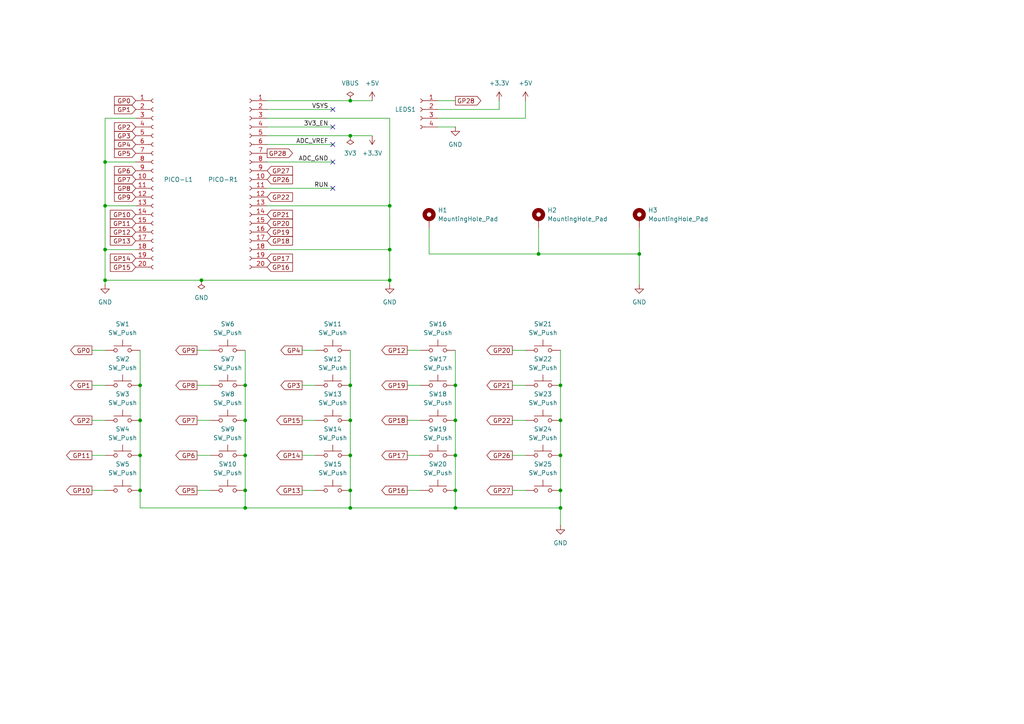
<source format=kicad_sch>
(kicad_sch (version 20231120) (generator "eeschema") (generator_version "8.0")
  (paper "A4")
  (lib_symbols
    (symbol "Connector:Conn_01x04_Socket" (pin_names (offset 1.016) hide)
      (property "Reference" "J" (at 0 5.08 0))
      (property "Value" "Conn_01x04_Socket" (at 0 -7.62 0))
      (symbol "Conn_01x04_Socket_1_1"
        (arc (start 0 -4.572) (mid -0.5058 -5.08) (end 0 -5.588) (stroke (width 0.1524)))
        (arc (start 0 -2.032) (mid -0.5058 -2.54) (end 0 -3.048) (stroke (width 0.1524)))
        (polyline (pts (xy -1.27 -5.08) (xy -0.508 -5.08)) (stroke (width 0.1524)))
        (polyline (pts (xy -1.27 -2.54) (xy -0.508 -2.54)) (stroke (width 0.1524)))
        (polyline (pts (xy -1.27 0) (xy -0.508 0)) (stroke (width 0.1524)))
        (polyline (pts (xy -1.27 2.54) (xy -0.508 2.54)) (stroke (width 0.1524)))
        (arc (start 0 0.508) (mid -0.5058 0) (end 0 -0.508) (stroke (width 0.1524)))
        (arc (start 0 3.048) (mid -0.5058 2.54) (end 0 2.032) (stroke (width 0.1524)))
        (pin passive line (at -5.08 2.54 0) (length 3.81) (name "Pin_1") (number "1"))
        (pin passive line (at -5.08 0 0) (length 3.81) (name "Pin_2") (number "2"))
        (pin passive line (at -5.08 -2.54 0) (length 3.81) (name "Pin_3") (number "3"))
        (pin passive line (at -5.08 -5.08 0) (length 3.81) (name "Pin_4") (number "4"))
      )
    )
    (symbol "Connector:Conn_01x20_Socket" (pin_names (offset 1.016) hide)
      (property "Reference" "J" (at 0 25.4 0))
      (property "Value" "Conn_01x20_Socket" (at 0 -27.94 0))
      (symbol "Conn_01x20_Socket_1_1"
        (arc (start 0 -24.892) (mid -0.5058 -25.4) (end 0 -25.908) (stroke (width 0.1524)))
        (arc (start 0 -22.352) (mid -0.5058 -22.86) (end 0 -23.368) (stroke (width 0.1524)))
        (arc (start 0 -19.812) (mid -0.5058 -20.32) (end 0 -20.828) (stroke (width 0.1524)))
        (arc (start 0 -17.272) (mid -0.5058 -17.78) (end 0 -18.288) (stroke (width 0.1524)))
        (arc (start 0 -14.732) (mid -0.5058 -15.24) (end 0 -15.748) (stroke (width 0.1524)))
        (arc (start 0 -12.192) (mid -0.5058 -12.7) (end 0 -13.208) (stroke (width 0.1524)))
        (arc (start 0 -9.652) (mid -0.5058 -10.16) (end 0 -10.668) (stroke (width 0.1524)))
        (arc (start 0 -7.112) (mid -0.5058 -7.62) (end 0 -8.128) (stroke (width 0.1524)))
        (arc (start 0 -4.572) (mid -0.5058 -5.08) (end 0 -5.588) (stroke (width 0.1524)))
        (arc (start 0 -2.032) (mid -0.5058 -2.54) (end 0 -3.048) (stroke (width 0.1524)))
        (polyline (pts (xy -1.27 -25.4) (xy -0.508 -25.4)) (stroke (width 0.1524)))
        (polyline (pts (xy -1.27 -22.86) (xy -0.508 -22.86)) (stroke (width 0.1524)))
        (polyline (pts (xy -1.27 -20.32) (xy -0.508 -20.32)) (stroke (width 0.1524)))
        (polyline (pts (xy -1.27 -17.78) (xy -0.508 -17.78)) (stroke (width 0.1524)))
        (polyline (pts (xy -1.27 -15.24) (xy -0.508 -15.24)) (stroke (width 0.1524)))
        (polyline (pts (xy -1.27 -12.7) (xy -0.508 -12.7)) (stroke (width 0.1524)))
        (polyline (pts (xy -1.27 -10.16) (xy -0.508 -10.16)) (stroke (width 0.1524)))
        (polyline (pts (xy -1.27 -7.62) (xy -0.508 -7.62)) (stroke (width 0.1524)))
        (polyline (pts (xy -1.27 -5.08) (xy -0.508 -5.08)) (stroke (width 0.1524)))
        (polyline (pts (xy -1.27 -2.54) (xy -0.508 -2.54)) (stroke (width 0.1524)))
        (polyline (pts (xy -1.27 0) (xy -0.508 0)) (stroke (width 0.1524)))
        (polyline (pts (xy -1.27 2.54) (xy -0.508 2.54)) (stroke (width 0.1524)))
        (polyline (pts (xy -1.27 5.08) (xy -0.508 5.08)) (stroke (width 0.1524)))
        (polyline (pts (xy -1.27 7.62) (xy -0.508 7.62)) (stroke (width 0.1524)))
        (polyline (pts (xy -1.27 10.16) (xy -0.508 10.16)) (stroke (width 0.1524)))
        (polyline (pts (xy -1.27 12.7) (xy -0.508 12.7)) (stroke (width 0.1524)))
        (polyline (pts (xy -1.27 15.24) (xy -0.508 15.24)) (stroke (width 0.1524)))
        (polyline (pts (xy -1.27 17.78) (xy -0.508 17.78)) (stroke (width 0.1524)))
        (polyline (pts (xy -1.27 20.32) (xy -0.508 20.32)) (stroke (width 0.1524)))
        (polyline (pts (xy -1.27 22.86) (xy -0.508 22.86)) (stroke (width 0.1524)))
        (arc (start 0 0.508) (mid -0.5058 0) (end 0 -0.508) (stroke (width 0.1524)))
        (arc (start 0 3.048) (mid -0.5058 2.54) (end 0 2.032) (stroke (width 0.1524)))
        (arc (start 0 5.588) (mid -0.5058 5.08) (end 0 4.572) (stroke (width 0.1524)))
        (arc (start 0 8.128) (mid -0.5058 7.62) (end 0 7.112) (stroke (width 0.1524)))
        (arc (start 0 10.668) (mid -0.5058 10.16) (end 0 9.652) (stroke (width 0.1524)))
        (arc (start 0 13.208) (mid -0.5058 12.7) (end 0 12.192) (stroke (width 0.1524)))
        (arc (start 0 15.748) (mid -0.5058 15.24) (end 0 14.732) (stroke (width 0.1524)))
        (arc (start 0 18.288) (mid -0.5058 17.78) (end 0 17.272) (stroke (width 0.1524)))
        (arc (start 0 20.828) (mid -0.5058 20.32) (end 0 19.812) (stroke (width 0.1524)))
        (arc (start 0 23.368) (mid -0.5058 22.86) (end 0 22.352) (stroke (width 0.1524)))
        (pin passive line (at -5.08 22.86 0) (length 3.81) (name "Pin_1") (number "1"))
        (pin passive line (at -5.08 0 0) (length 3.81) (name "Pin_10") (number "10"))
        (pin passive line (at -5.08 -2.54 0) (length 3.81) (name "Pin_11") (number "11"))
        (pin passive line (at -5.08 -5.08 0) (length 3.81) (name "Pin_12") (number "12"))
        (pin passive line (at -5.08 -7.62 0) (length 3.81) (name "Pin_13") (number "13"))
        (pin passive line (at -5.08 -10.16 0) (length 3.81) (name "Pin_14") (number "14"))
        (pin passive line (at -5.08 -12.7 0) (length 3.81) (name "Pin_15") (number "15"))
        (pin passive line (at -5.08 -15.24 0) (length 3.81) (name "Pin_16") (number "16"))
        (pin passive line (at -5.08 -17.78 0) (length 3.81) (name "Pin_17") (number "17"))
        (pin passive line (at -5.08 -20.32 0) (length 3.81) (name "Pin_18") (number "18"))
        (pin passive line (at -5.08 -22.86 0) (length 3.81) (name "Pin_19") (number "19"))
        (pin passive line (at -5.08 20.32 0) (length 3.81) (name "Pin_2") (number "2"))
        (pin passive line (at -5.08 -25.4 0) (length 3.81) (name "Pin_20") (number "20"))
        (pin passive line (at -5.08 17.78 0) (length 3.81) (name "Pin_3") (number "3"))
        (pin passive line (at -5.08 15.24 0) (length 3.81) (name "Pin_4") (number "4"))
        (pin passive line (at -5.08 12.7 0) (length 3.81) (name "Pin_5") (number "5"))
        (pin passive line (at -5.08 10.16 0) (length 3.81) (name "Pin_6") (number "6"))
        (pin passive line (at -5.08 7.62 0) (length 3.81) (name "Pin_7") (number "7"))
        (pin passive line (at -5.08 5.08 0) (length 3.81) (name "Pin_8") (number "8"))
        (pin passive line (at -5.08 2.54 0) (length 3.81) (name "Pin_9") (number "9"))
      )
    )
    (symbol "Mechanical:MountingHole_Pad" (pin_numbers hide) (pin_names (offset 1.016) hide) (exclude_from_sim yes) (in_bom no)
      (property "Reference" "H" (at 0 6.35 0))
      (property "Value" "MountingHole_Pad" (at 0 4.445 0))
      (symbol "MountingHole_Pad_0_1"
        (circle (center 0 1.27) (radius 1.27) (stroke (width 1.27)))
      )
      (symbol "MountingHole_Pad_1_1"
        (pin input line (at 0 -2.54 90) (length 2.54) (name "1") (number "1"))
      )
    )
    (symbol "Switch:SW_Push" (pin_numbers hide) (pin_names (offset 1.016) hide)
      (property "Reference" "SW" (at 1.27 2.54 0))
      (property "Value" "SW_Push" (at 0 -1.524 0))
      (symbol "SW_Push_0_1"
        (circle (center -2.032 0) (radius 0.508))
        (polyline (pts (xy 0 1.27) (xy 0 3.048)))
        (polyline (pts (xy 2.54 1.27) (xy -2.54 1.27)))
        (circle (center 2.032 0) (radius 0.508))
        (pin passive line (at -5.08 0 0) (length 2.54) (name "1") (number "1"))
        (pin passive line (at 5.08 0 180) (length 2.54) (name "2") (number "2"))
      )
    )
    (symbol "power:+3.3V" (power) (pin_numbers hide) (pin_names (offset 0) hide)
      (property "Value" "+3.3V" (at 0 3.556 0))
      (symbol "+3.3V_0_1"
        (polyline (pts (xy -0.762 1.27) (xy 0 2.54)))
        (polyline (pts (xy 0 0) (xy 0 2.54)))
        (polyline (pts (xy 0 2.54) (xy 0.762 1.27)))
      )
      (symbol "+3.3V_1_1"
        (pin power_in line (at 0 0 90) (length 0) (name "~") (number "1"))
      )
    )
    (symbol "power:+5V" (power) (pin_numbers hide) (pin_names (offset 0) hide)
      (property "Value" "+5V" (at 0 3.556 0))
      (symbol "+5V_0_1"
        (polyline (pts (xy -0.762 1.27) (xy 0 2.54)))
        (polyline (pts (xy 0 0) (xy 0 2.54)))
        (polyline (pts (xy 0 2.54) (xy 0.762 1.27)))
      )
      (symbol "+5V_1_1"
        (pin power_in line (at 0 0 90) (length 0) (name "~") (number "1"))
      )
    )
    (symbol "power:GND" (power) (pin_numbers hide) (pin_names (offset 0) hide)
      (property "Value" "GND" (at 0 -3.81 0))
      (symbol "GND_0_1"
        (polyline (pts (xy 0 0) (xy 0 -1.27) (xy 1.27 -1.27) (xy 0 -2.54) (xy -1.27 -1.27) (xy 0 -1.27)))
      )
      (symbol "GND_1_1"
        (pin power_in line (at 0 0 270) (length 0) (name "~") (number "1"))
      )
    )
    (symbol "power:PWR_FLAG" (power) (pin_numbers hide) (pin_names (offset 0) hide)
      (property "Value" "PWR_FLAG" (at 0 3.81 0))
      (symbol "PWR_FLAG_0_0"
        (pin power_out line (at 0 0 90) (length 0) (name "~") (number "1"))
      )
      (symbol "PWR_FLAG_0_1"
        (polyline (pts (xy 0 0) (xy 0 1.27) (xy -1.016 1.905) (xy 0 2.54) (xy 1.016 1.905) (xy 0 1.27)))
      )
    )
  )
  (junction (at 30.48 59.69))
  (junction (at 71.12 142.24))
  (junction (at 113.03 59.69))
  (junction (at 40.64 132.08))
  (junction (at 185.42 73.66))
  (junction (at 101.6 111.76))
  (junction (at 132.08 121.92))
  (junction (at 156.21 73.66))
  (junction (at 162.56 142.24))
  (junction (at 162.56 132.08))
  (junction (at 162.56 147.32))
  (junction (at 71.12 147.32))
  (junction (at 101.6 39.37))
  (junction (at 132.08 132.08))
  (junction (at 132.08 111.76))
  (junction (at 71.12 111.76))
  (junction (at 40.64 121.92))
  (junction (at 40.64 111.76))
  (junction (at 30.48 81.28))
  (junction (at 132.08 142.24))
  (junction (at 71.12 121.92))
  (junction (at 162.56 121.92))
  (junction (at 101.6 121.92))
  (junction (at 30.48 72.39))
  (junction (at 113.03 81.28))
  (junction (at 101.6 132.08))
  (junction (at 58.42 81.28))
  (junction (at 71.12 132.08))
  (junction (at 30.48 46.99))
  (junction (at 101.6 29.21))
  (junction (at 101.6 142.24))
  (junction (at 113.03 72.39))
  (junction (at 40.64 142.24))
  (junction (at 132.08 147.32))
  (junction (at 162.56 111.76))
  (junction (at 101.6 147.32))
  (no_connect (at 96.52 36.83))
  (no_connect (at 96.52 54.61))
  (no_connect (at 96.52 31.75))
  (no_connect (at 96.52 46.99))
  (no_connect (at 96.52 41.91))
  (wire (pts (xy 118.11 121.92) (xy 121.92 121.92)))
  (wire (pts (xy 57.15 111.76) (xy 60.96 111.76)))
  (wire (pts (xy 132.08 147.32) (xy 162.56 147.32)))
  (wire (pts (xy 101.6 29.21) (xy 107.95 29.21)))
  (wire (pts (xy 162.56 132.08) (xy 162.56 142.24)))
  (wire (pts (xy 162.56 111.76) (xy 162.56 121.92)))
  (wire (pts (xy 144.78 29.21) (xy 144.78 31.75)))
  (wire (pts (xy 101.6 142.24) (xy 101.6 147.32)))
  (wire (pts (xy 148.59 142.24) (xy 152.4 142.24)))
  (wire (pts (xy 152.4 29.21) (xy 152.4 34.29)))
  (wire (pts (xy 71.12 147.32) (xy 101.6 147.32)))
  (wire (pts (xy 148.59 111.76) (xy 152.4 111.76)))
  (wire (pts (xy 71.12 132.08) (xy 71.12 142.24)))
  (wire (pts (xy 30.48 46.99) (xy 30.48 59.69)))
  (wire (pts (xy 132.08 101.6) (xy 132.08 111.76)))
  (wire (pts (xy 77.47 41.91) (xy 96.52 41.91)))
  (wire (pts (xy 87.63 111.76) (xy 91.44 111.76)))
  (wire (pts (xy 26.67 132.08) (xy 30.48 132.08)))
  (wire (pts (xy 127 29.21) (xy 132.08 29.21)))
  (wire (pts (xy 77.47 59.69) (xy 113.03 59.69)))
  (wire (pts (xy 71.12 142.24) (xy 71.12 147.32)))
  (wire (pts (xy 40.64 142.24) (xy 40.64 147.32)))
  (wire (pts (xy 148.59 132.08) (xy 152.4 132.08)))
  (wire (pts (xy 39.37 46.99) (xy 30.48 46.99)))
  (wire (pts (xy 30.48 81.28) (xy 30.48 82.55)))
  (wire (pts (xy 101.6 147.32) (xy 132.08 147.32)))
  (wire (pts (xy 162.56 152.4) (xy 162.56 147.32)))
  (wire (pts (xy 101.6 39.37) (xy 107.95 39.37)))
  (wire (pts (xy 87.63 121.92) (xy 91.44 121.92)))
  (wire (pts (xy 101.6 111.76) (xy 101.6 121.92)))
  (wire (pts (xy 101.6 132.08) (xy 101.6 142.24)))
  (wire (pts (xy 118.11 142.24) (xy 121.92 142.24)))
  (wire (pts (xy 40.64 101.6) (xy 40.64 111.76)))
  (wire (pts (xy 148.59 121.92) (xy 152.4 121.92)))
  (wire (pts (xy 30.48 81.28) (xy 58.42 81.28)))
  (wire (pts (xy 40.64 111.76) (xy 40.64 121.92)))
  (wire (pts (xy 77.47 72.39) (xy 113.03 72.39)))
  (wire (pts (xy 124.46 73.66) (xy 124.46 66.04)))
  (wire (pts (xy 113.03 34.29) (xy 113.03 59.69)))
  (wire (pts (xy 124.46 73.66) (xy 156.21 73.66)))
  (wire (pts (xy 77.47 39.37) (xy 101.6 39.37)))
  (wire (pts (xy 57.15 132.08) (xy 60.96 132.08)))
  (wire (pts (xy 127 34.29) (xy 152.4 34.29)))
  (wire (pts (xy 77.47 31.75) (xy 96.52 31.75)))
  (wire (pts (xy 132.08 121.92) (xy 132.08 132.08)))
  (wire (pts (xy 87.63 132.08) (xy 91.44 132.08)))
  (wire (pts (xy 57.15 101.6) (xy 60.96 101.6)))
  (wire (pts (xy 77.47 46.99) (xy 96.52 46.99)))
  (wire (pts (xy 132.08 111.76) (xy 132.08 121.92)))
  (wire (pts (xy 30.48 72.39) (xy 30.48 81.28)))
  (wire (pts (xy 101.6 121.92) (xy 101.6 132.08)))
  (wire (pts (xy 40.64 121.92) (xy 40.64 132.08)))
  (wire (pts (xy 101.6 101.6) (xy 101.6 111.76)))
  (wire (pts (xy 118.11 111.76) (xy 121.92 111.76)))
  (wire (pts (xy 148.59 101.6) (xy 152.4 101.6)))
  (wire (pts (xy 132.08 142.24) (xy 132.08 147.32)))
  (wire (pts (xy 118.11 132.08) (xy 121.92 132.08)))
  (wire (pts (xy 57.15 121.92) (xy 60.96 121.92)))
  (wire (pts (xy 71.12 121.92) (xy 71.12 132.08)))
  (wire (pts (xy 71.12 101.6) (xy 71.12 111.76)))
  (wire (pts (xy 30.48 59.69) (xy 30.48 72.39)))
  (wire (pts (xy 30.48 72.39) (xy 39.37 72.39)))
  (wire (pts (xy 26.67 111.76) (xy 30.48 111.76)))
  (wire (pts (xy 185.42 73.66) (xy 185.42 82.55)))
  (wire (pts (xy 156.21 66.04) (xy 156.21 73.66)))
  (wire (pts (xy 162.56 142.24) (xy 162.56 147.32)))
  (wire (pts (xy 57.15 142.24) (xy 60.96 142.24)))
  (wire (pts (xy 30.48 59.69) (xy 39.37 59.69)))
  (wire (pts (xy 113.03 59.69) (xy 113.03 72.39)))
  (wire (pts (xy 30.48 34.29) (xy 30.48 46.99)))
  (wire (pts (xy 71.12 111.76) (xy 71.12 121.92)))
  (wire (pts (xy 118.11 101.6) (xy 121.92 101.6)))
  (wire (pts (xy 39.37 34.29) (xy 30.48 34.29)))
  (wire (pts (xy 127 31.75) (xy 144.78 31.75)))
  (wire (pts (xy 77.47 36.83) (xy 96.52 36.83)))
  (wire (pts (xy 87.63 101.6) (xy 91.44 101.6)))
  (wire (pts (xy 162.56 101.6) (xy 162.56 111.76)))
  (wire (pts (xy 26.67 121.92) (xy 30.48 121.92)))
  (wire (pts (xy 87.63 142.24) (xy 91.44 142.24)))
  (wire (pts (xy 185.42 66.04) (xy 185.42 73.66)))
  (wire (pts (xy 77.47 29.21) (xy 101.6 29.21)))
  (wire (pts (xy 156.21 73.66) (xy 185.42 73.66)))
  (wire (pts (xy 132.08 132.08) (xy 132.08 142.24)))
  (wire (pts (xy 40.64 132.08) (xy 40.64 142.24)))
  (wire (pts (xy 113.03 82.55) (xy 113.03 81.28)))
  (wire (pts (xy 58.42 81.28) (xy 113.03 81.28)))
  (wire (pts (xy 162.56 121.92) (xy 162.56 132.08)))
  (wire (pts (xy 26.67 142.24) (xy 30.48 142.24)))
  (wire (pts (xy 77.47 54.61) (xy 96.52 54.61)))
  (wire (pts (xy 26.67 101.6) (xy 30.48 101.6)))
  (wire (pts (xy 127 36.83) (xy 132.08 36.83)))
  (wire (pts (xy 40.64 147.32) (xy 71.12 147.32)))
  (wire (pts (xy 113.03 72.39) (xy 113.03 81.28)))
  (wire (pts (xy 77.47 34.29) (xy 113.03 34.29)))
  (label "ADC_GND" (at 95.25 46.99 180))
  (label "ADC_VREF" (at 95.25 41.91 180))
  (label "3V3_EN" (at 95.25 36.83 180))
  (label "RUN" (at 95.25 54.61 180))
  (label "VSYS" (at 95.25 31.75 180))
  (global_label "GP11" (shape input) (at 39.37 64.77 180) (property "Intersheetrefs" "${INTERSHEET_REFS}" (effects (hide yes))))
  (global_label "GP17" (shape output) (at 118.11 132.08 180) (property "Intersheetrefs" "${INTERSHEET_REFS}" (effects (hide yes))))
  (global_label "GP7" (shape output) (at 57.15 121.92 180) (property "Intersheetrefs" "${INTERSHEET_REFS}" (effects (hide yes))))
  (global_label "GP12" (shape output) (at 118.11 101.6 180) (property "Intersheetrefs" "${INTERSHEET_REFS}" (effects (hide yes))))
  (global_label "GP0" (shape input) (at 39.37 29.21 180) (property "Intersheetrefs" "${INTERSHEET_REFS}" (effects (hide yes))))
  (global_label "GP3" (shape output) (at 87.63 111.76 180) (property "Intersheetrefs" "${INTERSHEET_REFS}" (effects (hide yes))))
  (global_label "GP6" (shape input) (at 39.37 49.53 180) (property "Intersheetrefs" "${INTERSHEET_REFS}" (effects (hide yes))))
  (global_label "GP16" (shape input) (at 77.47 77.47 0) (property "Intersheetrefs" "${INTERSHEET_REFS}" (effects (hide yes))))
  (global_label "GP5" (shape input) (at 39.37 44.45 180) (property "Intersheetrefs" "${INTERSHEET_REFS}" (effects (hide yes))))
  (global_label "GP3" (shape input) (at 39.37 39.37 180) (property "Intersheetrefs" "${INTERSHEET_REFS}" (effects (hide yes))))
  (global_label "GP6" (shape output) (at 57.15 132.08 180) (property "Intersheetrefs" "${INTERSHEET_REFS}" (effects (hide yes))))
  (global_label "GP9" (shape input) (at 39.37 57.15 180) (property "Intersheetrefs" "${INTERSHEET_REFS}" (effects (hide yes))))
  (global_label "GP26" (shape output) (at 148.59 132.08 180) (property "Intersheetrefs" "${INTERSHEET_REFS}" (effects (hide yes))))
  (global_label "GP15" (shape output) (at 87.63 121.92 180) (property "Intersheetrefs" "${INTERSHEET_REFS}" (effects (hide yes))))
  (global_label "GP27" (shape input) (at 77.47 49.53 0) (property "Intersheetrefs" "${INTERSHEET_REFS}" (effects (hide yes))))
  (global_label "GP28" (shape output) (at 77.47 44.45 0) (property "Intersheetrefs" "${INTERSHEET_REFS}" (effects (hide yes))))
  (global_label "GP18" (shape output) (at 118.11 121.92 180) (property "Intersheetrefs" "${INTERSHEET_REFS}" (effects (hide yes))))
  (global_label "GP14" (shape input) (at 39.37 74.93 180) (property "Intersheetrefs" "${INTERSHEET_REFS}" (effects (hide yes))))
  (global_label "GP11" (shape output) (at 26.67 132.08 180) (property "Intersheetrefs" "${INTERSHEET_REFS}" (effects (hide yes))))
  (global_label "GP27" (shape output) (at 148.59 142.24 180) (property "Intersheetrefs" "${INTERSHEET_REFS}" (effects (hide yes))))
  (global_label "GP13" (shape input) (at 39.37 69.85 180) (property "Intersheetrefs" "${INTERSHEET_REFS}" (effects (hide yes))))
  (global_label "GP16" (shape output) (at 118.11 142.24 180) (property "Intersheetrefs" "${INTERSHEET_REFS}" (effects (hide yes))))
  (global_label "GP8" (shape output) (at 57.15 111.76 180) (property "Intersheetrefs" "${INTERSHEET_REFS}" (effects (hide yes))))
  (global_label "GP20" (shape output) (at 148.59 101.6 180) (property "Intersheetrefs" "${INTERSHEET_REFS}" (effects (hide yes))))
  (global_label "GP10" (shape output) (at 26.67 142.24 180) (property "Intersheetrefs" "${INTERSHEET_REFS}" (effects (hide yes))))
  (global_label "GP2" (shape input) (at 39.37 36.83 180) (property "Intersheetrefs" "${INTERSHEET_REFS}" (effects (hide yes))))
  (global_label "GP1" (shape input) (at 39.37 31.75 180) (property "Intersheetrefs" "${INTERSHEET_REFS}" (effects (hide yes))))
  (global_label "GP10" (shape input) (at 39.37 62.23 180) (property "Intersheetrefs" "${INTERSHEET_REFS}" (effects (hide yes))))
  (global_label "GP22" (shape input) (at 77.47 57.15 0) (property "Intersheetrefs" "${INTERSHEET_REFS}" (effects (hide yes))))
  (global_label "GP21" (shape input) (at 77.47 62.23 0) (property "Intersheetrefs" "${INTERSHEET_REFS}" (effects (hide yes))))
  (global_label "GP9" (shape output) (at 57.15 101.6 180) (property "Intersheetrefs" "${INTERSHEET_REFS}" (effects (hide yes))))
  (global_label "GP1" (shape output) (at 26.67 111.76 180) (property "Intersheetrefs" "${INTERSHEET_REFS}" (effects (hide yes))))
  (global_label "GP5" (shape output) (at 57.15 142.24 180) (property "Intersheetrefs" "${INTERSHEET_REFS}" (effects (hide yes))))
  (global_label "GP7" (shape input) (at 39.37 52.07 180) (property "Intersheetrefs" "${INTERSHEET_REFS}" (effects (hide yes))))
  (global_label "GP26" (shape input) (at 77.47 52.07 0) (property "Intersheetrefs" "${INTERSHEET_REFS}" (effects (hide yes))))
  (global_label "GP22" (shape output) (at 148.59 121.92 180) (property "Intersheetrefs" "${INTERSHEET_REFS}" (effects (hide yes))))
  (global_label "GP28" (shape output) (at 132.08 29.21 0) (property "Intersheetrefs" "${INTERSHEET_REFS}" (effects (hide yes))))
  (global_label "GP4" (shape output) (at 87.63 101.6 180) (property "Intersheetrefs" "${INTERSHEET_REFS}" (effects (hide yes))))
  (global_label "GP8" (shape input) (at 39.37 54.61 180) (property "Intersheetrefs" "${INTERSHEET_REFS}" (effects (hide yes))))
  (global_label "GP21" (shape output) (at 148.59 111.76 180) (property "Intersheetrefs" "${INTERSHEET_REFS}" (effects (hide yes))))
  (global_label "GP19" (shape output) (at 118.11 111.76 180) (property "Intersheetrefs" "${INTERSHEET_REFS}" (effects (hide yes))))
  (global_label "GP18" (shape input) (at 77.47 69.85 0) (property "Intersheetrefs" "${INTERSHEET_REFS}" (effects (hide yes))))
  (global_label "GP2" (shape output) (at 26.67 121.92 180) (property "Intersheetrefs" "${INTERSHEET_REFS}" (effects (hide yes))))
  (global_label "GP19" (shape input) (at 77.47 67.31 0) (property "Intersheetrefs" "${INTERSHEET_REFS}" (effects (hide yes))))
  (global_label "GP0" (shape output) (at 26.67 101.6 180) (property "Intersheetrefs" "${INTERSHEET_REFS}" (effects (hide yes))))
  (global_label "GP13" (shape output) (at 87.63 142.24 180) (property "Intersheetrefs" "${INTERSHEET_REFS}" (effects (hide yes))))
  (global_label "GP15" (shape input) (at 39.37 77.47 180) (property "Intersheetrefs" "${INTERSHEET_REFS}" (effects (hide yes))))
  (global_label "GP20" (shape input) (at 77.47 64.77 0) (property "Intersheetrefs" "${INTERSHEET_REFS}" (effects (hide yes))))
  (global_label "GP4" (shape input) (at 39.37 41.91 180) (property "Intersheetrefs" "${INTERSHEET_REFS}" (effects (hide yes))))
  (global_label "GP17" (shape input) (at 77.47 74.93 0) (property "Intersheetrefs" "${INTERSHEET_REFS}" (effects (hide yes))))
  (global_label "GP12" (shape input) (at 39.37 67.31 180) (property "Intersheetrefs" "${INTERSHEET_REFS}" (effects (hide yes))))
  (global_label "GP14" (shape output) (at 87.63 132.08 180) (property "Intersheetrefs" "${INTERSHEET_REFS}" (effects (hide yes))))
  (symbol (lib_id "Switch:SW_Push") (at 66.04 121.92 0) (unit 1)
    (property "Reference" "SW8" (at 66.04 114.3 0))
    (property "Value" "SW_Push" (at 66.04 116.84 0))
    (property "Footprint" "Button_Switch_Keyboard:SW_Cherry_MX_1.00u_PCB" (effects (hide yes)))
    (property "Description" "Push button switch, generic, two pins" (effects (hide yes)))
  )
  (symbol (lib_id "power:+3.3V") (at 144.78 29.21 0) (unit 1)
    (property "Reference" "#PWR11" (effects (hide yes)))
    (property "Value" "+3.3V" (at 144.78 24.13 0))
    (property "Description" "Power symbol creates a global label with name \"+3.3V\"" (effects (hide yes)))
  )
  (symbol (lib_id "power:GND") (at 132.08 36.83 0) (unit 1)
    (property "Reference" "#PWR10" (effects (hide yes)))
    (property "Value" "GND" (at 132.08 41.91 0))
    (property "Description" "Power symbol creates a global label with name \"GND\" , ground" (effects (hide yes)))
  )
  (symbol (lib_id "Switch:SW_Push") (at 157.48 111.76 0) (unit 1)
    (property "Reference" "SW22" (at 157.48 104.14 0))
    (property "Value" "SW_Push" (at 157.48 106.68 0))
    (property "Footprint" "Button_Switch_Keyboard:SW_Cherry_MX_1.00u_PCB" (effects (hide yes)))
    (property "Description" "Push button switch, generic, two pins" (effects (hide yes)))
  )
  (symbol (lib_id "Switch:SW_Push") (at 96.52 101.6 0) (unit 1)
    (property "Reference" "SW11" (at 96.52 93.98 0))
    (property "Value" "SW_Push" (at 96.52 96.52 0))
    (property "Footprint" "Button_Switch_Keyboard:SW_Cherry_MX_1.00u_PCB" (effects (hide yes)))
    (property "Description" "Push button switch, generic, two pins" (effects (hide yes)))
  )
  (symbol (lib_id "Switch:SW_Push") (at 35.56 111.76 0) (unit 1)
    (property "Reference" "SW2" (at 35.56 104.14 0))
    (property "Value" "SW_Push" (at 35.56 106.68 0))
    (property "Footprint" "Button_Switch_Keyboard:SW_Cherry_MX_1.00u_PCB" (effects (hide yes)))
    (property "Description" "Push button switch, generic, two pins" (effects (hide yes)))
  )
  (symbol (lib_id "Switch:SW_Push") (at 66.04 101.6 0) (unit 1)
    (property "Reference" "SW6" (at 66.04 93.98 0))
    (property "Value" "SW_Push" (at 66.04 96.52 0))
    (property "Footprint" "Button_Switch_Keyboard:SW_Cherry_MX_1.00u_PCB" (effects (hide yes)))
    (property "Description" "Push button switch, generic, two pins" (effects (hide yes)))
  )
  (symbol (lib_id "Switch:SW_Push") (at 96.52 132.08 0) (unit 1)
    (property "Reference" "SW14" (at 96.52 124.46 0))
    (property "Value" "SW_Push" (at 96.52 127 0))
    (property "Footprint" "Button_Switch_Keyboard:SW_Cherry_MX_1.00u_PCB" (effects (hide yes)))
    (property "Description" "Push button switch, generic, two pins" (effects (hide yes)))
  )
  (symbol (lib_id "power:PWR_FLAG") (at 101.6 29.21 0) (unit 1)
    (property "Reference" "#FLG1" (effects (hide yes)))
    (property "Value" "VBUS" (at 101.6 24.13 0))
    (property "Description" "Special symbol for telling ERC where power comes from" (effects (hide yes)))
  )
  (symbol (lib_id "Switch:SW_Push") (at 96.52 111.76 0) (unit 1)
    (property "Reference" "SW12" (at 96.52 104.14 0))
    (property "Value" "SW_Push" (at 96.52 106.68 0))
    (property "Footprint" "Button_Switch_Keyboard:SW_Cherry_MX_1.00u_PCB" (effects (hide yes)))
    (property "Description" "Push button switch, generic, two pins" (effects (hide yes)))
  )
  (symbol (lib_id "Switch:SW_Push") (at 127 142.24 0) (unit 1)
    (property "Reference" "SW20" (at 127 134.62 0))
    (property "Value" "SW_Push" (at 127 137.16 0))
    (property "Footprint" "Button_Switch_Keyboard:SW_Cherry_MX_1.00u_PCB" (effects (hide yes)))
    (property "Description" "Push button switch, generic, two pins" (effects (hide yes)))
  )
  (symbol (lib_id "Switch:SW_Push") (at 35.56 121.92 0) (unit 1)
    (property "Reference" "SW3" (at 35.56 114.3 0))
    (property "Value" "SW_Push" (at 35.56 116.84 0))
    (property "Footprint" "Button_Switch_Keyboard:SW_Cherry_MX_1.00u_PCB" (effects (hide yes)))
    (property "Description" "Push button switch, generic, two pins" (effects (hide yes)))
  )
  (symbol (lib_id "power:GND") (at 185.42 82.55 0) (unit 1)
    (property "Reference" "#PWR13" (effects (hide yes)))
    (property "Value" "GND" (at 185.42 87.63 0))
    (property "Description" "Power symbol creates a global label with name \"GND\" , ground" (effects (hide yes)))
  )
  (symbol (lib_id "Mechanical:MountingHole_Pad") (at 185.42 63.5 0) (unit 1) (exclude_from_sim yes) (in_bom no)
    (property "Reference" "H3" (at 187.96 60.9599 0) (effects (justify left)))
    (property "Value" "MountingHole_Pad" (at 187.96 63.4999 0) (effects (justify left)))
    (property "Footprint" "MountingHole:MountingHole_3.2mm_M3_Pad" (effects (hide yes)))
    (property "Description" "Mounting Hole with connection" (effects (hide yes)))
  )
  (symbol (lib_id "Switch:SW_Push") (at 66.04 142.24 0) (unit 1)
    (property "Reference" "SW10" (at 66.04 134.62 0))
    (property "Value" "SW_Push" (at 66.04 137.16 0))
    (property "Footprint" "Button_Switch_Keyboard:SW_Cherry_MX_1.00u_PCB" (effects (hide yes)))
    (property "Description" "Push button switch, generic, two pins" (effects (hide yes)))
  )
  (symbol (lib_id "Switch:SW_Push") (at 35.56 132.08 0) (unit 1)
    (property "Reference" "SW4" (at 35.56 124.46 0))
    (property "Value" "SW_Push" (at 35.56 127 0))
    (property "Footprint" "Button_Switch_Keyboard:SW_Cherry_MX_1.00u_PCB" (effects (hide yes)))
    (property "Description" "Push button switch, generic, two pins" (effects (hide yes)))
  )
  (symbol (lib_id "Switch:SW_Push") (at 66.04 111.76 0) (unit 1)
    (property "Reference" "SW7" (at 66.04 104.14 0))
    (property "Value" "SW_Push" (at 66.04 106.68 0))
    (property "Footprint" "Button_Switch_Keyboard:SW_Cherry_MX_1.00u_PCB" (effects (hide yes)))
    (property "Description" "Push button switch, generic, two pins" (effects (hide yes)))
  )
  (symbol (lib_id "power:GND") (at 113.03 82.55 0) (unit 1)
    (property "Reference" "#PWR2" (effects (hide yes)))
    (property "Value" "GND" (at 113.03 87.63 0))
    (property "Description" "Power symbol creates a global label with name \"GND\" , ground" (effects (hide yes)))
  )
  (symbol (lib_id "power:+3.3V") (at 107.95 39.37 0) (mirror x) (unit 1)
    (property "Reference" "#PWR8" (effects (hide yes)))
    (property "Value" "+3.3V" (at 107.95 44.45 0))
    (property "Description" "Power symbol creates a global label with name \"+3.3V\"" (effects (hide yes)))
  )
  (symbol (lib_id "Switch:SW_Push") (at 96.52 142.24 0) (unit 1)
    (property "Reference" "SW15" (at 96.52 134.62 0))
    (property "Value" "SW_Push" (at 96.52 137.16 0))
    (property "Footprint" "Button_Switch_Keyboard:SW_Cherry_MX_1.00u_PCB" (effects (hide yes)))
    (property "Description" "Push button switch, generic, two pins" (effects (hide yes)))
  )
  (symbol (lib_id "Switch:SW_Push") (at 157.48 132.08 0) (unit 1)
    (property "Reference" "SW24" (at 157.48 124.46 0))
    (property "Value" "SW_Push" (at 157.48 127 0))
    (property "Footprint" "Button_Switch_Keyboard:SW_Cherry_MX_1.00u_PCB" (effects (hide yes)))
    (property "Description" "Push button switch, generic, two pins" (effects (hide yes)))
  )
  (symbol (lib_id "Switch:SW_Push") (at 35.56 142.24 0) (unit 1)
    (property "Reference" "SW5" (at 35.56 134.62 0))
    (property "Value" "SW_Push" (at 35.56 137.16 0))
    (property "Footprint" "Button_Switch_Keyboard:SW_Cherry_MX_1.00u_PCB" (effects (hide yes)))
    (property "Description" "Push button switch, generic, two pins" (effects (hide yes)))
  )
  (symbol (lib_id "Switch:SW_Push") (at 157.48 121.92 0) (unit 1)
    (property "Reference" "SW23" (at 157.48 114.3 0))
    (property "Value" "SW_Push" (at 157.48 116.84 0))
    (property "Footprint" "Button_Switch_Keyboard:SW_Cherry_MX_1.00u_PCB" (effects (hide yes)))
    (property "Description" "Push button switch, generic, two pins" (effects (hide yes)))
  )
  (symbol (lib_id "Switch:SW_Push") (at 66.04 132.08 0) (unit 1)
    (property "Reference" "SW9" (at 66.04 124.46 0))
    (property "Value" "SW_Push" (at 66.04 127 0))
    (property "Footprint" "Button_Switch_Keyboard:SW_Cherry_MX_1.00u_PCB" (effects (hide yes)))
    (property "Description" "Push button switch, generic, two pins" (effects (hide yes)))
  )
  (symbol (lib_id "Mechanical:MountingHole_Pad") (at 156.21 63.5 0) (unit 1) (exclude_from_sim yes) (in_bom no)
    (property "Reference" "H2" (at 158.75 60.9599 0) (effects (justify left)))
    (property "Value" "MountingHole_Pad" (at 158.75 63.4999 0) (effects (justify left)))
    (property "Footprint" "MountingHole:MountingHole_3.2mm_M3_Pad" (effects (hide yes)))
    (property "Description" "Mounting Hole with connection" (effects (hide yes)))
  )
  (symbol (lib_id "power:GND") (at 30.48 82.55 0) (unit 1)
    (property "Reference" "#PWR1" (effects (hide yes)))
    (property "Value" "GND" (at 30.48 87.63 0))
    (property "Description" "Power symbol creates a global label with name \"GND\" , ground" (effects (hide yes)))
  )
  (symbol (lib_id "Switch:SW_Push") (at 35.56 101.6 0) (unit 1)
    (property "Reference" "SW1" (at 35.56 93.98 0))
    (property "Value" "SW_Push" (at 35.56 96.52 0))
    (property "Footprint" "Button_Switch_Keyboard:SW_Cherry_MX_1.00u_PCB" (effects (hide yes)))
    (property "Description" "Push button switch, generic, two pins" (effects (hide yes)))
  )
  (symbol (lib_id "Switch:SW_Push") (at 127 121.92 0) (unit 1)
    (property "Reference" "SW18" (at 127 114.3 0))
    (property "Value" "SW_Push" (at 127 116.84 0))
    (property "Footprint" "Button_Switch_Keyboard:SW_Cherry_MX_1.00u_PCB" (effects (hide yes)))
    (property "Description" "Push button switch, generic, two pins" (effects (hide yes)))
  )
  (symbol (lib_id "Mechanical:MountingHole_Pad") (at 124.46 63.5 0) (unit 1) (exclude_from_sim yes) (in_bom no)
    (property "Reference" "H1" (at 127 60.9599 0) (effects (justify left)))
    (property "Value" "MountingHole_Pad" (at 127 63.4999 0) (effects (justify left)))
    (property "Footprint" "MountingHole:MountingHole_3.2mm_M3_Pad" (effects (hide yes)))
    (property "Description" "Mounting Hole with connection" (effects (hide yes)))
  )
  (symbol (lib_id "power:+5V") (at 107.95 29.21 0) (unit 1)
    (property "Reference" "#PWR9" (effects (hide yes)))
    (property "Value" "+5V" (at 107.95 24.13 0))
    (property "Description" "Power symbol creates a global label with name \"+5V\"" (effects (hide yes)))
  )
  (symbol (lib_id "Switch:SW_Push") (at 157.48 142.24 0) (unit 1)
    (property "Reference" "SW25" (at 157.48 134.62 0))
    (property "Value" "SW_Push" (at 157.48 137.16 0))
    (property "Footprint" "Button_Switch_Keyboard:SW_Cherry_MX_1.00u_PCB" (effects (hide yes)))
    (property "Description" "Push button switch, generic, two pins" (effects (hide yes)))
  )
  (symbol (lib_id "Switch:SW_Push") (at 127 101.6 0) (unit 1)
    (property "Reference" "SW16" (at 127 93.98 0))
    (property "Value" "SW_Push" (at 127 96.52 0))
    (property "Footprint" "Button_Switch_Keyboard:SW_Cherry_MX_1.00u_PCB" (effects (hide yes)))
    (property "Description" "Push button switch, generic, two pins" (effects (hide yes)))
  )
  (symbol (lib_id "Switch:SW_Push") (at 127 111.76 0) (unit 1)
    (property "Reference" "SW17" (at 127 104.14 0))
    (property "Value" "SW_Push" (at 127 106.68 0))
    (property "Footprint" "Button_Switch_Keyboard:SW_Cherry_MX_1.00u_PCB" (effects (hide yes)))
    (property "Description" "Push button switch, generic, two pins" (effects (hide yes)))
  )
  (symbol (lib_id "power:GND") (at 162.56 152.4 0) (unit 1)
    (property "Reference" "#PWR4" (effects (hide yes)))
    (property "Value" "GND" (at 162.56 157.48 0))
    (property "Description" "Power symbol creates a global label with name \"GND\" , ground" (effects (hide yes)))
  )
  (symbol (lib_id "Switch:SW_Push") (at 157.48 101.6 0) (unit 1)
    (property "Reference" "SW21" (at 157.48 93.98 0))
    (property "Value" "SW_Push" (at 157.48 96.52 0))
    (property "Footprint" "Button_Switch_Keyboard:SW_Cherry_MX_1.00u_PCB" (effects (hide yes)))
    (property "Description" "Push button switch, generic, two pins" (effects (hide yes)))
  )
  (symbol (lib_id "Connector:Conn_01x20_Socket") (at 72.39 52.07 0) (mirror y) (unit 1)
    (property "Reference" "PICO-R1" (at 69.088 52.07 0) (effects (justify left)))
    (property "Value" "Conn_01x20_Socket" (effects (hide yes)))
    (property "Footprint" "Connector_PinSocket_2.54mm:PinSocket_1x20_P2.54mm_Vertical" (effects (hide yes)))
    (property "Description" "Generic connector, single row, 01x20, script generated" (effects (hide yes)))
  )
  (symbol (lib_id "power:PWR_FLAG") (at 58.42 81.28 0) (mirror x) (unit 1)
    (property "Reference" "#FLG3" (effects (hide yes)))
    (property "Value" "GND" (at 58.42 86.36 0))
    (property "Description" "Special symbol for telling ERC where power comes from" (effects (hide yes)))
  )
  (symbol (lib_id "power:PWR_FLAG") (at 101.6 39.37 0) (mirror x) (unit 1)
    (property "Reference" "#FLG2" (effects (hide yes)))
    (property "Value" "3V3" (at 101.6 44.45 0))
    (property "Description" "Special symbol for telling ERC where power comes from" (effects (hide yes)))
  )
  (symbol (lib_id "Connector:Conn_01x20_Socket") (at 44.45 52.07 0) (unit 1)
    (property "Reference" "PICO-L1" (at 47.498 52.07 0) (effects (justify left)))
    (property "Value" "Conn_01x20_Socket" (effects (hide yes)))
    (property "Footprint" "Connector_PinSocket_2.54mm:PinSocket_1x20_P2.54mm_Vertical" (effects (hide yes)))
    (property "Description" "Generic connector, single row, 01x20, script generated" (effects (hide yes)))
  )
  (symbol (lib_id "power:+5V") (at 152.4 29.21 0) (unit 1)
    (property "Reference" "#PWR12" (effects (hide yes)))
    (property "Value" "+5V" (at 152.4 24.13 0))
    (property "Description" "Power symbol creates a global label with name \"+5V\"" (effects (hide yes)))
  )
  (symbol (lib_id "Connector:Conn_01x04_Socket") (at 121.92 31.75 0) (mirror y) (unit 1)
    (property "Reference" "LEDS1" (at 120.65 31.7499 0) (effects (justify left)))
    (property "Value" "Conn_01x04_Socket" (effects (hide yes)))
    (property "Footprint" "Connector_PinHeader_2.54mm:PinHeader_1x04_P2.54mm_Horizontal" (effects (hide yes)))
    (property "Description" "Generic connector, single row, 01x04, script generated" (effects (hide yes)))
  )
  (symbol (lib_id "Switch:SW_Push") (at 96.52 121.92 0) (unit 1)
    (property "Reference" "SW13" (at 96.52 114.3 0))
    (property "Value" "SW_Push" (at 96.52 116.84 0))
    (property "Footprint" "Button_Switch_Keyboard:SW_Cherry_MX_1.00u_PCB" (effects (hide yes)))
    (property "Description" "Push button switch, generic, two pins" (effects (hide yes)))
  )
  (symbol (lib_id "Switch:SW_Push") (at 127 132.08 0) (unit 1)
    (property "Reference" "SW19" (at 127 124.46 0))
    (property "Value" "SW_Push" (at 127 127 0))
    (property "Footprint" "Button_Switch_Keyboard:SW_Cherry_MX_1.00u_PCB" (effects (hide yes)))
    (property "Description" "Push button switch, generic, two pins" (effects (hide yes)))
  )
)
</source>
